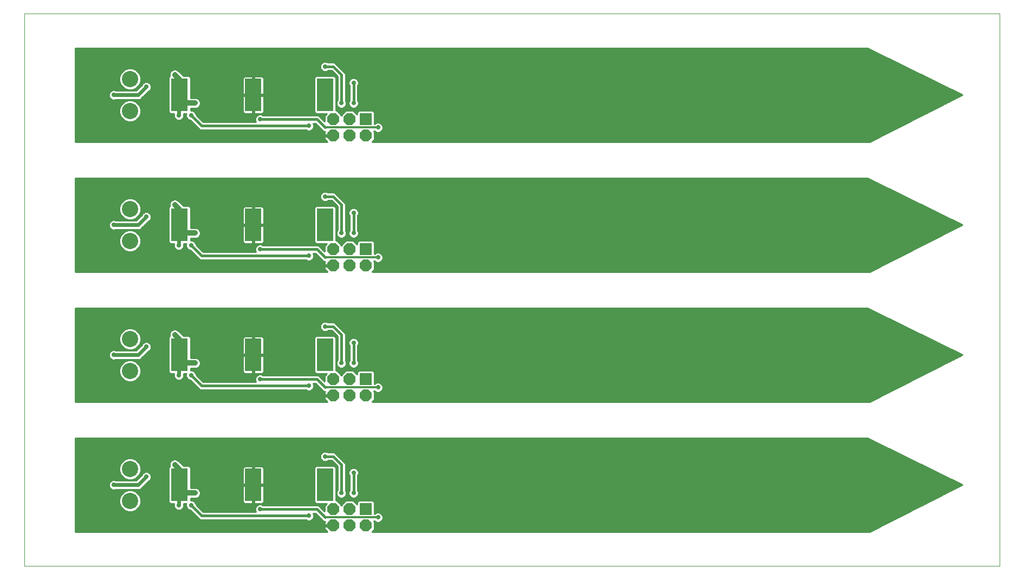
<source format=gbl>
G75*
G70*
%OFA0B0*%
%FSLAX24Y24*%
%IPPOS*%
%LPD*%
%AMOC8*
5,1,8,0,0,1.08239X$1,22.5*
%
%ADD10C,0.0000*%
%ADD11R,0.0740X0.0740*%
%ADD12OC8,0.0740*%
%ADD13R,0.1000X0.2000*%
%ADD14C,0.1000*%
%ADD15C,0.0240*%
%ADD16C,0.0320*%
%ADD17C,0.0120*%
%ADD18C,0.0160*%
%ADD19C,0.0277*%
%ADD20C,0.0100*%
D10*
X000100Y000100D02*
X060100Y000100D01*
X060100Y034100D01*
X000100Y034100D01*
X000100Y000100D01*
D11*
X021100Y003600D03*
X021100Y011600D03*
X021100Y019600D03*
X021100Y027600D03*
D12*
X020100Y027600D03*
X019100Y027600D03*
X019100Y026600D03*
X020100Y026600D03*
X021100Y026600D03*
X020100Y019600D03*
X019100Y019600D03*
X019100Y018600D03*
X020100Y018600D03*
X021100Y018600D03*
X020100Y011600D03*
X019100Y011600D03*
X019100Y010600D03*
X020100Y010600D03*
X021100Y010600D03*
X020100Y003600D03*
X019100Y003600D03*
X019100Y002600D03*
X020100Y002600D03*
X021100Y002600D03*
D13*
X018608Y005128D03*
X014179Y005100D03*
X009647Y005108D03*
X009647Y013108D03*
X014179Y013100D03*
X018608Y013128D03*
X018608Y021128D03*
X014179Y021100D03*
X009647Y021108D03*
X009647Y029108D03*
X014179Y029100D03*
X018608Y029128D03*
D14*
X006600Y030084D03*
X006600Y028116D03*
X006600Y022084D03*
X006600Y020116D03*
X006600Y014084D03*
X006600Y012116D03*
X006600Y006084D03*
X006600Y004116D03*
D15*
X007100Y005100D02*
X005600Y005100D01*
X007100Y005100D02*
X007600Y005600D01*
X009600Y005061D02*
X009647Y005108D01*
X009647Y006053D01*
X009600Y005061D02*
X009600Y003850D01*
X009600Y011850D02*
X009600Y013061D01*
X009647Y013108D01*
X009647Y014053D01*
X007600Y013600D02*
X007100Y013100D01*
X005600Y013100D01*
X009600Y019850D02*
X009600Y021061D01*
X009647Y021108D01*
X009647Y022053D01*
X007600Y021600D02*
X007100Y021100D01*
X005600Y021100D01*
X009600Y027850D02*
X009600Y029061D01*
X009647Y029108D01*
X009647Y030053D01*
X007600Y029600D02*
X007100Y029100D01*
X005600Y029100D01*
D16*
X009350Y030350D02*
X009647Y030053D01*
X010155Y028600D02*
X010600Y028600D01*
X009350Y022350D02*
X009647Y022053D01*
X010155Y020600D02*
X010600Y020600D01*
X009350Y014350D02*
X009647Y014053D01*
X010155Y012600D02*
X010600Y012600D01*
X009350Y006350D02*
X009647Y006053D01*
X010155Y004600D02*
X010600Y004600D01*
D17*
X018600Y003100D02*
X021850Y003100D01*
X021850Y011100D02*
X018600Y011100D01*
X018600Y019100D02*
X021850Y019100D01*
X021850Y027100D02*
X018600Y027100D01*
D18*
X018100Y027600D01*
X014600Y027600D01*
X017600Y027200D02*
X011000Y027200D01*
X010350Y027850D01*
X010155Y028600D02*
X009647Y029108D01*
X018600Y030850D02*
X019100Y030850D01*
X019600Y030350D01*
X019600Y028600D01*
X020350Y028600D02*
X020350Y029850D01*
X019100Y022850D02*
X018600Y022850D01*
X019100Y022850D02*
X019600Y022350D01*
X019600Y020600D01*
X020350Y020600D02*
X020350Y021850D01*
X018100Y019600D02*
X014600Y019600D01*
X017600Y019200D02*
X011000Y019200D01*
X010350Y019850D01*
X010155Y020600D02*
X009647Y021108D01*
X018100Y019600D02*
X018600Y019100D01*
X018600Y014850D02*
X019100Y014850D01*
X019600Y014350D01*
X019600Y012600D01*
X020350Y012600D02*
X020350Y013850D01*
X018100Y011600D02*
X014600Y011600D01*
X017600Y011200D02*
X011000Y011200D01*
X010350Y011850D01*
X010155Y012600D02*
X009647Y013108D01*
X018100Y011600D02*
X018600Y011100D01*
X018600Y006850D02*
X019100Y006850D01*
X019600Y006350D01*
X019600Y004600D01*
X020350Y004600D02*
X020350Y005850D01*
X018100Y003600D02*
X014600Y003600D01*
X017600Y003200D02*
X011000Y003200D01*
X010350Y003850D01*
X010155Y004600D02*
X009647Y005108D01*
X018100Y003600D02*
X018600Y003100D01*
D19*
X017600Y003200D03*
X019600Y004600D03*
X020350Y004600D03*
X020350Y005850D03*
X018600Y006850D03*
X017100Y007100D03*
X014600Y006600D03*
X013600Y006600D03*
X010600Y004600D03*
X010350Y003850D03*
X009600Y003850D03*
X007600Y005600D03*
X009350Y006350D03*
X005600Y005100D03*
X013350Y004100D03*
X014600Y003600D03*
X021850Y003100D03*
X022600Y004350D03*
X022600Y006350D03*
X026350Y006350D03*
X026350Y004350D03*
X021850Y011100D03*
X022600Y012350D03*
X020350Y012600D03*
X019600Y012600D03*
X020350Y013850D03*
X018600Y014850D03*
X017100Y015100D03*
X014600Y014600D03*
X013600Y014600D03*
X010600Y012600D03*
X010350Y011850D03*
X009600Y011850D03*
X007600Y013600D03*
X009350Y014350D03*
X005600Y013100D03*
X013350Y012100D03*
X014600Y011600D03*
X017600Y011200D03*
X022600Y014350D03*
X026350Y014350D03*
X026350Y012350D03*
X021850Y019100D03*
X022600Y020350D03*
X020350Y020600D03*
X019600Y020600D03*
X020350Y021850D03*
X018600Y022850D03*
X017100Y023100D03*
X014600Y022600D03*
X013600Y022600D03*
X010600Y020600D03*
X010350Y019850D03*
X009600Y019850D03*
X007600Y021600D03*
X009350Y022350D03*
X005600Y021100D03*
X013350Y020100D03*
X014600Y019600D03*
X017600Y019200D03*
X022600Y022350D03*
X026350Y022350D03*
X026350Y020350D03*
X021850Y027100D03*
X022600Y028350D03*
X020350Y028600D03*
X019600Y028600D03*
X020350Y029850D03*
X018600Y030850D03*
X017100Y031100D03*
X014600Y030600D03*
X013600Y030600D03*
X010600Y028600D03*
X010350Y027850D03*
X009600Y027850D03*
X007600Y029600D03*
X009350Y030350D03*
X005600Y029100D03*
X013350Y028100D03*
X014600Y027600D03*
X017600Y027200D03*
X022600Y030350D03*
X026350Y030350D03*
X026350Y028350D03*
D20*
X022159Y027161D02*
X022112Y027275D01*
X022025Y027362D01*
X021911Y027409D01*
X021789Y027409D01*
X021675Y027362D01*
X021643Y027330D01*
X021640Y027330D01*
X021640Y028040D01*
X021540Y028140D01*
X020660Y028140D01*
X020560Y028040D01*
X020560Y027904D01*
X020324Y028140D01*
X019876Y028140D01*
X019600Y027864D01*
X019324Y028140D01*
X019278Y028140D01*
X019278Y030198D01*
X019178Y030298D01*
X018037Y030298D01*
X017938Y030198D01*
X017938Y028057D01*
X018037Y027958D01*
X018694Y027958D01*
X018560Y027824D01*
X018560Y027494D01*
X018312Y027742D01*
X018242Y027812D01*
X018150Y027850D01*
X014787Y027850D01*
X014775Y027862D01*
X014661Y027909D01*
X014539Y027909D01*
X014425Y027862D01*
X014338Y027775D01*
X014291Y027661D01*
X014291Y027539D01*
X014328Y027450D01*
X011104Y027450D01*
X010659Y027895D01*
X010659Y027911D01*
X010612Y028025D01*
X010525Y028112D01*
X010411Y028159D01*
X010317Y028159D01*
X010317Y028270D01*
X010666Y028270D01*
X010787Y028320D01*
X010880Y028413D01*
X010930Y028534D01*
X010930Y028666D01*
X010880Y028787D01*
X010787Y028880D01*
X010666Y028930D01*
X010317Y028930D01*
X010317Y030178D01*
X010218Y030278D01*
X009889Y030278D01*
X009537Y030630D01*
X009416Y030680D01*
X009284Y030680D01*
X009163Y030630D01*
X009070Y030537D01*
X009020Y030416D01*
X009020Y030284D01*
X009039Y030240D01*
X008977Y030178D01*
X008977Y028037D01*
X009077Y027938D01*
X009302Y027938D01*
X009291Y027911D01*
X009291Y027789D01*
X009338Y027675D01*
X009425Y027588D01*
X009539Y027541D01*
X009661Y027541D01*
X009775Y027588D01*
X009862Y027675D01*
X009909Y027789D01*
X009909Y027911D01*
X009898Y027938D01*
X010052Y027938D01*
X010041Y027911D01*
X010041Y027789D01*
X010088Y027675D01*
X010175Y027588D01*
X010289Y027541D01*
X010305Y027541D01*
X010858Y026988D01*
X010950Y026950D01*
X017413Y026950D01*
X017425Y026938D01*
X017539Y026891D01*
X017661Y026891D01*
X017775Y026938D01*
X017862Y027025D01*
X017909Y027139D01*
X017909Y027261D01*
X017872Y027350D01*
X017996Y027350D01*
X018458Y026888D01*
X018550Y026850D01*
X018615Y026850D01*
X018580Y026815D01*
X018580Y026650D01*
X019050Y026650D01*
X019050Y026550D01*
X018580Y026550D01*
X018580Y026385D01*
X018745Y026220D01*
X003220Y026220D01*
X003220Y031970D01*
X051970Y031970D01*
X057800Y029100D01*
X052100Y026220D01*
X021484Y026220D01*
X021640Y026376D01*
X021640Y026824D01*
X021594Y026870D01*
X021643Y026870D01*
X021675Y026838D01*
X021789Y026791D01*
X021911Y026791D01*
X022025Y026838D01*
X022112Y026925D01*
X022159Y027039D01*
X022159Y027161D01*
X022159Y027112D02*
X053865Y027112D01*
X054060Y027210D02*
X022139Y027210D01*
X022078Y027309D02*
X054254Y027309D01*
X054449Y027407D02*
X021915Y027407D01*
X021785Y027407D02*
X021640Y027407D01*
X021640Y027506D02*
X054644Y027506D01*
X054839Y027604D02*
X021640Y027604D01*
X021640Y027703D02*
X055034Y027703D01*
X055229Y027801D02*
X021640Y027801D01*
X021640Y027900D02*
X055424Y027900D01*
X055619Y027998D02*
X021640Y027998D01*
X021584Y028097D02*
X055814Y028097D01*
X056009Y028195D02*
X019278Y028195D01*
X019278Y028294D02*
X019533Y028294D01*
X019539Y028291D02*
X019661Y028291D01*
X019775Y028338D01*
X019862Y028425D01*
X019909Y028539D01*
X019909Y028661D01*
X019862Y028775D01*
X019850Y028787D01*
X019850Y030300D01*
X019850Y030400D01*
X019812Y030492D01*
X019312Y030992D01*
X019242Y031062D01*
X019150Y031100D01*
X018787Y031100D01*
X018775Y031112D01*
X018661Y031159D01*
X018539Y031159D01*
X018425Y031112D01*
X018338Y031025D01*
X018291Y030911D01*
X018291Y030789D01*
X018338Y030675D01*
X018425Y030588D01*
X018539Y030541D01*
X018661Y030541D01*
X018775Y030588D01*
X018787Y030600D01*
X018996Y030600D01*
X019350Y030246D01*
X019350Y028787D01*
X019338Y028775D01*
X019291Y028661D01*
X019291Y028539D01*
X019338Y028425D01*
X019425Y028338D01*
X019539Y028291D01*
X019667Y028294D02*
X020283Y028294D01*
X020289Y028291D02*
X020411Y028291D01*
X020525Y028338D01*
X020612Y028425D01*
X020659Y028539D01*
X020659Y028661D01*
X020612Y028775D01*
X020600Y028787D01*
X020600Y029663D01*
X020612Y029675D01*
X020659Y029789D01*
X020659Y029911D01*
X020612Y030025D01*
X020525Y030112D01*
X020411Y030159D01*
X020289Y030159D01*
X020175Y030112D01*
X020088Y030025D01*
X020041Y029911D01*
X020041Y029789D01*
X020088Y029675D01*
X020100Y029663D01*
X020100Y028787D01*
X020088Y028775D01*
X020041Y028661D01*
X020041Y028539D01*
X020088Y028425D01*
X020175Y028338D01*
X020289Y028291D01*
X020417Y028294D02*
X056204Y028294D01*
X056399Y028392D02*
X020579Y028392D01*
X020639Y028491D02*
X056594Y028491D01*
X056789Y028589D02*
X020659Y028589D01*
X020648Y028688D02*
X056984Y028688D01*
X057179Y028786D02*
X020601Y028786D01*
X020600Y028885D02*
X057374Y028885D01*
X057569Y028983D02*
X020600Y028983D01*
X020600Y029082D02*
X057764Y029082D01*
X057637Y029180D02*
X020600Y029180D01*
X020600Y029279D02*
X057437Y029279D01*
X057237Y029377D02*
X020600Y029377D01*
X020600Y029476D02*
X057037Y029476D01*
X056837Y029574D02*
X020600Y029574D01*
X020609Y029673D02*
X056637Y029673D01*
X056437Y029771D02*
X020651Y029771D01*
X020659Y029870D02*
X056237Y029870D01*
X056037Y029968D02*
X020635Y029968D01*
X020570Y030067D02*
X055837Y030067D01*
X055636Y030165D02*
X019850Y030165D01*
X019850Y030067D02*
X020130Y030067D01*
X020065Y029968D02*
X019850Y029968D01*
X019850Y029870D02*
X020041Y029870D01*
X020049Y029771D02*
X019850Y029771D01*
X019850Y029673D02*
X020091Y029673D01*
X020100Y029574D02*
X019850Y029574D01*
X019850Y029476D02*
X020100Y029476D01*
X020100Y029377D02*
X019850Y029377D01*
X019850Y029279D02*
X020100Y029279D01*
X020100Y029180D02*
X019850Y029180D01*
X019850Y029082D02*
X020100Y029082D01*
X020100Y028983D02*
X019850Y028983D01*
X019850Y028885D02*
X020100Y028885D01*
X020099Y028786D02*
X019851Y028786D01*
X019898Y028688D02*
X020052Y028688D01*
X020041Y028589D02*
X019909Y028589D01*
X019889Y028491D02*
X020061Y028491D01*
X020121Y028392D02*
X019829Y028392D01*
X019833Y028097D02*
X019367Y028097D01*
X019466Y027998D02*
X019734Y027998D01*
X019636Y027900D02*
X019564Y027900D01*
X020367Y028097D02*
X020616Y028097D01*
X020560Y027998D02*
X020466Y027998D01*
X019371Y028392D02*
X019278Y028392D01*
X019278Y028491D02*
X019311Y028491D01*
X019291Y028589D02*
X019278Y028589D01*
X019278Y028688D02*
X019302Y028688D01*
X019278Y028786D02*
X019349Y028786D01*
X019350Y028885D02*
X019278Y028885D01*
X019278Y028983D02*
X019350Y028983D01*
X019350Y029082D02*
X019278Y029082D01*
X019278Y029180D02*
X019350Y029180D01*
X019350Y029279D02*
X019278Y029279D01*
X019278Y029377D02*
X019350Y029377D01*
X019350Y029476D02*
X019278Y029476D01*
X019278Y029574D02*
X019350Y029574D01*
X019350Y029673D02*
X019278Y029673D01*
X019278Y029771D02*
X019350Y029771D01*
X019350Y029870D02*
X019278Y029870D01*
X019278Y029968D02*
X019350Y029968D01*
X019350Y030067D02*
X019278Y030067D01*
X019278Y030165D02*
X019350Y030165D01*
X019333Y030264D02*
X019212Y030264D01*
X019234Y030362D02*
X009805Y030362D01*
X009706Y030461D02*
X019136Y030461D01*
X019037Y030559D02*
X018704Y030559D01*
X018496Y030559D02*
X009608Y030559D01*
X009470Y030658D02*
X018356Y030658D01*
X018305Y030756D02*
X003220Y030756D01*
X003220Y030658D02*
X006233Y030658D01*
X006220Y030652D02*
X006032Y030464D01*
X005930Y030218D01*
X005930Y029951D01*
X006032Y029705D01*
X006220Y029516D01*
X006467Y029414D01*
X006733Y029414D01*
X006980Y029516D01*
X007168Y029705D01*
X007270Y029951D01*
X007270Y030218D01*
X007168Y030464D01*
X006980Y030652D01*
X006733Y030754D01*
X006467Y030754D01*
X006220Y030652D01*
X006127Y030559D02*
X003220Y030559D01*
X003220Y030461D02*
X006031Y030461D01*
X005990Y030362D02*
X003220Y030362D01*
X003220Y030264D02*
X005949Y030264D01*
X005930Y030165D02*
X003220Y030165D01*
X003220Y030067D02*
X005930Y030067D01*
X005930Y029968D02*
X003220Y029968D01*
X003220Y029870D02*
X005964Y029870D01*
X006005Y029771D02*
X003220Y029771D01*
X003220Y029673D02*
X006064Y029673D01*
X006163Y029574D02*
X003220Y029574D01*
X003220Y029476D02*
X006319Y029476D01*
X006881Y029476D02*
X007065Y029476D01*
X007037Y029574D02*
X007164Y029574D01*
X007136Y029673D02*
X007262Y029673D01*
X007320Y029730D02*
X006980Y029390D01*
X005707Y029390D01*
X005661Y029409D01*
X005539Y029409D01*
X005425Y029362D01*
X005338Y029275D01*
X005291Y029161D01*
X005291Y029039D01*
X005338Y028925D01*
X005425Y028838D01*
X005539Y028791D01*
X005661Y028791D01*
X005707Y028810D01*
X007158Y028810D01*
X007264Y028854D01*
X007346Y028936D01*
X007730Y029320D01*
X007775Y029338D01*
X007862Y029425D01*
X007909Y029539D01*
X007909Y029661D01*
X007862Y029775D01*
X007775Y029862D01*
X007661Y029909D01*
X007539Y029909D01*
X007425Y029862D01*
X007338Y029775D01*
X007320Y029730D01*
X007337Y029771D02*
X007195Y029771D01*
X007236Y029870D02*
X007444Y029870D01*
X007270Y029968D02*
X008977Y029968D01*
X008977Y029870D02*
X007756Y029870D01*
X007863Y029771D02*
X008977Y029771D01*
X008977Y029673D02*
X007904Y029673D01*
X007909Y029574D02*
X008977Y029574D01*
X008977Y029476D02*
X007883Y029476D01*
X007814Y029377D02*
X008977Y029377D01*
X008977Y029279D02*
X007689Y029279D01*
X007590Y029180D02*
X008977Y029180D01*
X008977Y029082D02*
X007492Y029082D01*
X007393Y028983D02*
X008977Y028983D01*
X008977Y028885D02*
X007295Y028885D01*
X007074Y028589D02*
X008977Y028589D01*
X008977Y028491D02*
X007170Y028491D01*
X007168Y028495D02*
X006980Y028684D01*
X006733Y028786D01*
X006467Y028786D01*
X006220Y028684D01*
X006032Y028495D01*
X005930Y028249D01*
X005930Y027982D01*
X006032Y027736D01*
X006220Y027548D01*
X006467Y027446D01*
X006733Y027446D01*
X006980Y027548D01*
X007168Y027736D01*
X007270Y027982D01*
X007270Y028249D01*
X007168Y028495D01*
X007211Y028392D02*
X008977Y028392D01*
X008977Y028294D02*
X007252Y028294D01*
X007270Y028195D02*
X008977Y028195D01*
X008977Y028097D02*
X007270Y028097D01*
X007270Y027998D02*
X009017Y027998D01*
X009291Y027900D02*
X007236Y027900D01*
X007195Y027801D02*
X009291Y027801D01*
X009327Y027703D02*
X007134Y027703D01*
X007036Y027604D02*
X009409Y027604D01*
X009791Y027604D02*
X010159Y027604D01*
X010077Y027703D02*
X009873Y027703D01*
X009909Y027801D02*
X010041Y027801D01*
X010041Y027900D02*
X009909Y027900D01*
X010317Y028195D02*
X013529Y028195D01*
X013529Y028097D02*
X010540Y028097D01*
X010623Y027998D02*
X013569Y027998D01*
X013559Y028008D02*
X013587Y027980D01*
X013621Y027960D01*
X013659Y027950D01*
X014129Y027950D01*
X014129Y029050D01*
X014229Y029050D01*
X014229Y029150D01*
X014829Y029150D01*
X014829Y030120D01*
X014819Y030158D01*
X014799Y030192D01*
X014771Y030220D01*
X014737Y030240D01*
X014698Y030250D01*
X014229Y030250D01*
X014229Y029150D01*
X014129Y029150D01*
X014129Y030250D01*
X013659Y030250D01*
X013621Y030240D01*
X013587Y030220D01*
X013559Y030192D01*
X013539Y030158D01*
X013529Y030120D01*
X013529Y029150D01*
X014129Y029150D01*
X014129Y029050D01*
X013529Y029050D01*
X013529Y028080D01*
X013539Y028042D01*
X013559Y028008D01*
X013529Y028294D02*
X010723Y028294D01*
X010859Y028392D02*
X013529Y028392D01*
X013529Y028491D02*
X010912Y028491D01*
X010930Y028589D02*
X013529Y028589D01*
X013529Y028688D02*
X010921Y028688D01*
X010880Y028786D02*
X013529Y028786D01*
X013529Y028885D02*
X010775Y028885D01*
X010317Y028983D02*
X013529Y028983D01*
X013529Y029180D02*
X010317Y029180D01*
X010317Y029082D02*
X014129Y029082D01*
X014129Y029180D02*
X014229Y029180D01*
X014229Y029082D02*
X017938Y029082D01*
X017938Y029180D02*
X014829Y029180D01*
X014829Y029279D02*
X017938Y029279D01*
X017938Y029377D02*
X014829Y029377D01*
X014829Y029476D02*
X017938Y029476D01*
X017938Y029574D02*
X014829Y029574D01*
X014829Y029673D02*
X017938Y029673D01*
X017938Y029771D02*
X014829Y029771D01*
X014829Y029870D02*
X017938Y029870D01*
X017938Y029968D02*
X014829Y029968D01*
X014829Y030067D02*
X017938Y030067D01*
X017938Y030165D02*
X014814Y030165D01*
X014229Y030165D02*
X014129Y030165D01*
X014129Y030067D02*
X014229Y030067D01*
X014229Y029968D02*
X014129Y029968D01*
X014129Y029870D02*
X014229Y029870D01*
X014229Y029771D02*
X014129Y029771D01*
X014129Y029673D02*
X014229Y029673D01*
X014229Y029574D02*
X014129Y029574D01*
X014129Y029476D02*
X014229Y029476D01*
X014229Y029377D02*
X014129Y029377D01*
X014129Y029279D02*
X014229Y029279D01*
X014229Y029050D02*
X014829Y029050D01*
X014829Y028080D01*
X014819Y028042D01*
X014799Y028008D01*
X014771Y027980D01*
X014737Y027960D01*
X014698Y027950D01*
X014229Y027950D01*
X014229Y029050D01*
X014229Y028983D02*
X014129Y028983D01*
X014129Y028885D02*
X014229Y028885D01*
X014229Y028786D02*
X014129Y028786D01*
X014129Y028688D02*
X014229Y028688D01*
X014229Y028589D02*
X014129Y028589D01*
X014129Y028491D02*
X014229Y028491D01*
X014229Y028392D02*
X014129Y028392D01*
X014129Y028294D02*
X014229Y028294D01*
X014229Y028195D02*
X014129Y028195D01*
X014129Y028097D02*
X014229Y028097D01*
X014229Y027998D02*
X014129Y027998D01*
X014364Y027801D02*
X010752Y027801D01*
X010659Y027900D02*
X014516Y027900D01*
X014684Y027900D02*
X018636Y027900D01*
X018560Y027801D02*
X018252Y027801D01*
X018351Y027703D02*
X018560Y027703D01*
X018560Y027604D02*
X018449Y027604D01*
X018548Y027506D02*
X018560Y027506D01*
X018235Y027112D02*
X017898Y027112D01*
X017909Y027210D02*
X018136Y027210D01*
X018038Y027309D02*
X017889Y027309D01*
X017850Y027013D02*
X018333Y027013D01*
X018432Y026915D02*
X017718Y026915D01*
X017482Y026915D02*
X003220Y026915D01*
X003220Y027013D02*
X010833Y027013D01*
X010735Y027112D02*
X003220Y027112D01*
X003220Y027210D02*
X010636Y027210D01*
X010538Y027309D02*
X003220Y027309D01*
X003220Y027407D02*
X010439Y027407D01*
X010341Y027506D02*
X006878Y027506D01*
X006322Y027506D02*
X003220Y027506D01*
X003220Y027604D02*
X006164Y027604D01*
X006066Y027703D02*
X003220Y027703D01*
X003220Y027801D02*
X006005Y027801D01*
X005964Y027900D02*
X003220Y027900D01*
X003220Y027998D02*
X005930Y027998D01*
X005930Y028097D02*
X003220Y028097D01*
X003220Y028195D02*
X005930Y028195D01*
X005948Y028294D02*
X003220Y028294D01*
X003220Y028392D02*
X005989Y028392D01*
X006030Y028491D02*
X003220Y028491D01*
X003220Y028589D02*
X006126Y028589D01*
X006230Y028688D02*
X003220Y028688D01*
X003220Y028786D02*
X008977Y028786D01*
X008977Y028688D02*
X006970Y028688D01*
X005462Y029377D02*
X003220Y029377D01*
X003220Y029279D02*
X005342Y029279D01*
X005299Y029180D02*
X003220Y029180D01*
X003220Y029082D02*
X005291Y029082D01*
X005314Y028983D02*
X003220Y028983D01*
X003220Y028885D02*
X005379Y028885D01*
X007270Y030067D02*
X008977Y030067D01*
X008977Y030165D02*
X007270Y030165D01*
X007251Y030264D02*
X009029Y030264D01*
X009020Y030362D02*
X007210Y030362D01*
X007169Y030461D02*
X009039Y030461D01*
X009092Y030559D02*
X007073Y030559D01*
X006967Y030658D02*
X009230Y030658D01*
X010232Y030264D02*
X018003Y030264D01*
X018291Y030855D02*
X003220Y030855D01*
X003220Y030953D02*
X018309Y030953D01*
X018365Y031052D02*
X003220Y031052D01*
X003220Y031150D02*
X018518Y031150D01*
X018682Y031150D02*
X053636Y031150D01*
X053836Y031052D02*
X019252Y031052D01*
X019350Y030953D02*
X054036Y030953D01*
X054236Y030855D02*
X019449Y030855D01*
X019547Y030756D02*
X054436Y030756D01*
X054636Y030658D02*
X019646Y030658D01*
X019744Y030559D02*
X054836Y030559D01*
X055036Y030461D02*
X019825Y030461D01*
X019850Y030362D02*
X055236Y030362D01*
X055436Y030264D02*
X019850Y030264D01*
X017938Y028983D02*
X014829Y028983D01*
X014829Y028885D02*
X017938Y028885D01*
X017938Y028786D02*
X014829Y028786D01*
X014829Y028688D02*
X017938Y028688D01*
X017938Y028589D02*
X014829Y028589D01*
X014829Y028491D02*
X017938Y028491D01*
X017938Y028392D02*
X014829Y028392D01*
X014829Y028294D02*
X017938Y028294D01*
X017938Y028195D02*
X014829Y028195D01*
X014829Y028097D02*
X017938Y028097D01*
X017997Y027998D02*
X014789Y027998D01*
X014308Y027703D02*
X010851Y027703D01*
X010949Y027604D02*
X014291Y027604D01*
X014305Y027506D02*
X011048Y027506D01*
X010317Y029279D02*
X013529Y029279D01*
X013529Y029377D02*
X010317Y029377D01*
X010317Y029476D02*
X013529Y029476D01*
X013529Y029574D02*
X010317Y029574D01*
X010317Y029673D02*
X013529Y029673D01*
X013529Y029771D02*
X010317Y029771D01*
X010317Y029870D02*
X013529Y029870D01*
X013529Y029968D02*
X010317Y029968D01*
X010317Y030067D02*
X013529Y030067D01*
X013543Y030165D02*
X010317Y030165D01*
X003220Y031249D02*
X053436Y031249D01*
X053235Y031347D02*
X003220Y031347D01*
X003220Y031446D02*
X053035Y031446D01*
X052835Y031544D02*
X003220Y031544D01*
X003220Y031643D02*
X052635Y031643D01*
X052435Y031741D02*
X003220Y031741D01*
X003220Y031840D02*
X052235Y031840D01*
X052035Y031938D02*
X003220Y031938D01*
X003220Y026816D02*
X018581Y026816D01*
X018580Y026718D02*
X003220Y026718D01*
X003220Y026619D02*
X019050Y026619D01*
X018580Y026521D02*
X003220Y026521D01*
X003220Y026422D02*
X018580Y026422D01*
X018641Y026324D02*
X003220Y026324D01*
X003220Y026225D02*
X018740Y026225D01*
X021489Y026225D02*
X052110Y026225D01*
X052305Y026324D02*
X021587Y026324D01*
X021640Y026422D02*
X052500Y026422D01*
X052695Y026521D02*
X021640Y026521D01*
X021640Y026619D02*
X052890Y026619D01*
X053085Y026718D02*
X021640Y026718D01*
X021640Y026816D02*
X021729Y026816D01*
X021971Y026816D02*
X053280Y026816D01*
X053475Y026915D02*
X022101Y026915D01*
X022148Y027013D02*
X053670Y027013D01*
X051991Y023960D02*
X003220Y023960D01*
X003220Y023970D02*
X051970Y023970D01*
X057800Y021100D01*
X052100Y018220D01*
X021484Y018220D01*
X021640Y018376D01*
X021640Y018824D01*
X021594Y018870D01*
X021643Y018870D01*
X021675Y018838D01*
X021789Y018791D01*
X021911Y018791D01*
X022025Y018838D01*
X022112Y018925D01*
X022159Y019039D01*
X022159Y019161D01*
X022112Y019275D01*
X022025Y019362D01*
X021911Y019409D01*
X021789Y019409D01*
X021675Y019362D01*
X021643Y019330D01*
X021640Y019330D01*
X021640Y020040D01*
X021540Y020140D01*
X020660Y020140D01*
X020560Y020040D01*
X020560Y019904D01*
X020324Y020140D01*
X019876Y020140D01*
X019600Y019864D01*
X019324Y020140D01*
X019278Y020140D01*
X019278Y022198D01*
X019178Y022298D01*
X018037Y022298D01*
X017938Y022198D01*
X017938Y020057D01*
X018037Y019958D01*
X018694Y019958D01*
X018560Y019824D01*
X018560Y019494D01*
X018312Y019742D01*
X018242Y019812D01*
X018150Y019850D01*
X014787Y019850D01*
X014775Y019862D01*
X014661Y019909D01*
X014539Y019909D01*
X014425Y019862D01*
X014338Y019775D01*
X014291Y019661D01*
X014291Y019539D01*
X014328Y019450D01*
X011104Y019450D01*
X010659Y019895D01*
X010659Y019911D01*
X010612Y020025D01*
X010525Y020112D01*
X010411Y020159D01*
X010317Y020159D01*
X010317Y020270D01*
X010666Y020270D01*
X010787Y020320D01*
X010880Y020413D01*
X010930Y020534D01*
X010930Y020666D01*
X010880Y020787D01*
X010787Y020880D01*
X010666Y020930D01*
X010317Y020930D01*
X010317Y022178D01*
X010218Y022278D01*
X009889Y022278D01*
X009537Y022630D01*
X009416Y022680D01*
X009284Y022680D01*
X009163Y022630D01*
X009070Y022537D01*
X009020Y022416D01*
X009020Y022284D01*
X009039Y022240D01*
X008977Y022178D01*
X008977Y020037D01*
X009077Y019938D01*
X009302Y019938D01*
X009291Y019911D01*
X009291Y019789D01*
X009338Y019675D01*
X009425Y019588D01*
X009539Y019541D01*
X009661Y019541D01*
X009775Y019588D01*
X009862Y019675D01*
X009909Y019789D01*
X009909Y019911D01*
X009898Y019938D01*
X010052Y019938D01*
X010041Y019911D01*
X010041Y019789D01*
X010088Y019675D01*
X010175Y019588D01*
X010289Y019541D01*
X010305Y019541D01*
X010858Y018988D01*
X010950Y018950D01*
X017413Y018950D01*
X017425Y018938D01*
X017539Y018891D01*
X017661Y018891D01*
X017775Y018938D01*
X017862Y019025D01*
X017909Y019139D01*
X017909Y019261D01*
X017872Y019350D01*
X017996Y019350D01*
X018458Y018888D01*
X018550Y018850D01*
X018615Y018850D01*
X018580Y018815D01*
X018580Y018650D01*
X019050Y018650D01*
X019050Y018550D01*
X018580Y018550D01*
X018580Y018385D01*
X018745Y018220D01*
X003220Y018220D01*
X003220Y023970D01*
X003220Y023861D02*
X052191Y023861D01*
X052391Y023763D02*
X003220Y023763D01*
X003220Y023664D02*
X052592Y023664D01*
X052792Y023566D02*
X003220Y023566D01*
X003220Y023467D02*
X052992Y023467D01*
X053192Y023369D02*
X003220Y023369D01*
X003220Y023270D02*
X053392Y023270D01*
X053592Y023172D02*
X003220Y023172D01*
X003220Y023073D02*
X018386Y023073D01*
X018425Y023112D02*
X018338Y023025D01*
X018291Y022911D01*
X018291Y022789D01*
X018338Y022675D01*
X018425Y022588D01*
X018539Y022541D01*
X018661Y022541D01*
X018775Y022588D01*
X018787Y022600D01*
X018996Y022600D01*
X019350Y022246D01*
X019350Y020787D01*
X019338Y020775D01*
X019291Y020661D01*
X019291Y020539D01*
X019338Y020425D01*
X019425Y020338D01*
X019539Y020291D01*
X019661Y020291D01*
X019775Y020338D01*
X019862Y020425D01*
X019909Y020539D01*
X019909Y020661D01*
X019862Y020775D01*
X019850Y020787D01*
X019850Y022300D01*
X019850Y022400D01*
X019812Y022492D01*
X019312Y022992D01*
X019242Y023062D01*
X019150Y023100D01*
X018787Y023100D01*
X018775Y023112D01*
X018661Y023159D01*
X018539Y023159D01*
X018425Y023112D01*
X018317Y022975D02*
X003220Y022975D01*
X003220Y022876D02*
X018291Y022876D01*
X018296Y022778D02*
X003220Y022778D01*
X003220Y022679D02*
X006285Y022679D01*
X006220Y022652D02*
X006032Y022464D01*
X005930Y022218D01*
X005930Y021951D01*
X006032Y021705D01*
X006220Y021516D01*
X006467Y021414D01*
X006733Y021414D01*
X006980Y021516D01*
X007168Y021705D01*
X007270Y021951D01*
X007270Y022218D01*
X007168Y022464D01*
X006980Y022652D01*
X006733Y022754D01*
X006467Y022754D01*
X006220Y022652D01*
X006149Y022581D02*
X003220Y022581D01*
X003220Y022482D02*
X006050Y022482D01*
X005999Y022384D02*
X003220Y022384D01*
X003220Y022285D02*
X005958Y022285D01*
X005930Y022187D02*
X003220Y022187D01*
X003220Y022088D02*
X005930Y022088D01*
X005930Y021990D02*
X003220Y021990D01*
X003220Y021891D02*
X005955Y021891D01*
X005996Y021793D02*
X003220Y021793D01*
X003220Y021694D02*
X006043Y021694D01*
X006141Y021596D02*
X003220Y021596D01*
X003220Y021497D02*
X006267Y021497D01*
X005707Y021390D02*
X005661Y021409D01*
X005539Y021409D01*
X005425Y021362D01*
X005338Y021275D01*
X005291Y021161D01*
X005291Y021039D01*
X005338Y020925D01*
X005425Y020838D01*
X005539Y020791D01*
X005661Y020791D01*
X005707Y020810D01*
X007158Y020810D01*
X007264Y020854D01*
X007346Y020936D01*
X007730Y021320D01*
X007775Y021338D01*
X007862Y021425D01*
X007909Y021539D01*
X007909Y021661D01*
X007862Y021775D01*
X007775Y021862D01*
X007661Y021909D01*
X007539Y021909D01*
X007425Y021862D01*
X007338Y021775D01*
X007320Y021730D01*
X006980Y021390D01*
X005707Y021390D01*
X005686Y021399D02*
X006988Y021399D01*
X006933Y021497D02*
X007087Y021497D01*
X007059Y021596D02*
X007185Y021596D01*
X007157Y021694D02*
X007284Y021694D01*
X007356Y021793D02*
X007204Y021793D01*
X007245Y021891D02*
X007496Y021891D01*
X007704Y021891D02*
X008977Y021891D01*
X008977Y021793D02*
X007844Y021793D01*
X007895Y021694D02*
X008977Y021694D01*
X008977Y021596D02*
X007909Y021596D01*
X007892Y021497D02*
X008977Y021497D01*
X008977Y021399D02*
X007835Y021399D01*
X007710Y021300D02*
X008977Y021300D01*
X008977Y021202D02*
X007612Y021202D01*
X007513Y021103D02*
X008977Y021103D01*
X008977Y021005D02*
X007415Y021005D01*
X007316Y020906D02*
X008977Y020906D01*
X008977Y020808D02*
X005701Y020808D01*
X005499Y020808D02*
X003220Y020808D01*
X003220Y020906D02*
X005357Y020906D01*
X005305Y021005D02*
X003220Y021005D01*
X003220Y021103D02*
X005291Y021103D01*
X005308Y021202D02*
X003220Y021202D01*
X003220Y021300D02*
X005363Y021300D01*
X005514Y021399D02*
X003220Y021399D01*
X003220Y020709D02*
X006282Y020709D01*
X006220Y020684D02*
X006032Y020495D01*
X005930Y020249D01*
X005930Y019982D01*
X006032Y019736D01*
X006220Y019548D01*
X006467Y019446D01*
X006733Y019446D01*
X006980Y019548D01*
X007168Y019736D01*
X007270Y019982D01*
X007270Y020249D01*
X007168Y020495D01*
X006980Y020684D01*
X006733Y020786D01*
X006467Y020786D01*
X006220Y020684D01*
X006147Y020611D02*
X003220Y020611D01*
X003220Y020512D02*
X006049Y020512D01*
X005998Y020414D02*
X003220Y020414D01*
X003220Y020315D02*
X005957Y020315D01*
X005930Y020217D02*
X003220Y020217D01*
X003220Y020118D02*
X005930Y020118D01*
X005930Y020020D02*
X003220Y020020D01*
X003220Y019921D02*
X005955Y019921D01*
X005996Y019823D02*
X003220Y019823D01*
X003220Y019724D02*
X006044Y019724D01*
X006143Y019626D02*
X003220Y019626D01*
X003220Y019527D02*
X006270Y019527D01*
X006930Y019527D02*
X010319Y019527D01*
X010418Y019429D02*
X003220Y019429D01*
X003220Y019330D02*
X010516Y019330D01*
X010615Y019232D02*
X003220Y019232D01*
X003220Y019133D02*
X010713Y019133D01*
X010812Y019035D02*
X003220Y019035D01*
X003220Y018936D02*
X017430Y018936D01*
X017770Y018936D02*
X018410Y018936D01*
X018312Y019035D02*
X017866Y019035D01*
X017906Y019133D02*
X018213Y019133D01*
X018115Y019232D02*
X017909Y019232D01*
X017880Y019330D02*
X018016Y019330D01*
X018330Y019724D02*
X018560Y019724D01*
X018560Y019626D02*
X018428Y019626D01*
X018527Y019527D02*
X018560Y019527D01*
X018560Y019823D02*
X018216Y019823D01*
X017975Y020020D02*
X014805Y020020D01*
X014799Y020008D02*
X014819Y020042D01*
X014829Y020080D01*
X014829Y021050D01*
X014229Y021050D01*
X014229Y021150D01*
X014829Y021150D01*
X014829Y022120D01*
X014819Y022158D01*
X014799Y022192D01*
X014771Y022220D01*
X014737Y022240D01*
X014698Y022250D01*
X014229Y022250D01*
X014229Y021150D01*
X014129Y021150D01*
X014129Y022250D01*
X013659Y022250D01*
X013621Y022240D01*
X013587Y022220D01*
X013559Y022192D01*
X013539Y022158D01*
X013529Y022120D01*
X013529Y021150D01*
X014129Y021150D01*
X014129Y021050D01*
X014229Y021050D01*
X014229Y019950D01*
X014698Y019950D01*
X014737Y019960D01*
X014771Y019980D01*
X014799Y020008D01*
X014829Y020118D02*
X017938Y020118D01*
X017938Y020217D02*
X014829Y020217D01*
X014829Y020315D02*
X017938Y020315D01*
X017938Y020414D02*
X014829Y020414D01*
X014829Y020512D02*
X017938Y020512D01*
X017938Y020611D02*
X014829Y020611D01*
X014829Y020709D02*
X017938Y020709D01*
X017938Y020808D02*
X014829Y020808D01*
X014829Y020906D02*
X017938Y020906D01*
X017938Y021005D02*
X014829Y021005D01*
X014829Y021202D02*
X017938Y021202D01*
X017938Y021300D02*
X014829Y021300D01*
X014829Y021399D02*
X017938Y021399D01*
X017938Y021497D02*
X014829Y021497D01*
X014829Y021596D02*
X017938Y021596D01*
X017938Y021694D02*
X014829Y021694D01*
X014829Y021793D02*
X017938Y021793D01*
X017938Y021891D02*
X014829Y021891D01*
X014829Y021990D02*
X017938Y021990D01*
X017938Y022088D02*
X014829Y022088D01*
X014802Y022187D02*
X017938Y022187D01*
X018025Y022285D02*
X009882Y022285D01*
X009783Y022384D02*
X019213Y022384D01*
X019191Y022285D02*
X019311Y022285D01*
X019278Y022187D02*
X019350Y022187D01*
X019350Y022088D02*
X019278Y022088D01*
X019278Y021990D02*
X019350Y021990D01*
X019350Y021891D02*
X019278Y021891D01*
X019278Y021793D02*
X019350Y021793D01*
X019350Y021694D02*
X019278Y021694D01*
X019278Y021596D02*
X019350Y021596D01*
X019350Y021497D02*
X019278Y021497D01*
X019278Y021399D02*
X019350Y021399D01*
X019350Y021300D02*
X019278Y021300D01*
X019278Y021202D02*
X019350Y021202D01*
X019350Y021103D02*
X019278Y021103D01*
X019278Y021005D02*
X019350Y021005D01*
X019350Y020906D02*
X019278Y020906D01*
X019278Y020808D02*
X019350Y020808D01*
X019311Y020709D02*
X019278Y020709D01*
X019278Y020611D02*
X019291Y020611D01*
X019278Y020512D02*
X019302Y020512D01*
X019278Y020414D02*
X019350Y020414D01*
X019278Y020315D02*
X019481Y020315D01*
X019278Y020217D02*
X056051Y020217D01*
X055857Y020118D02*
X021562Y020118D01*
X021640Y020020D02*
X055662Y020020D01*
X055467Y019921D02*
X021640Y019921D01*
X021640Y019823D02*
X055272Y019823D01*
X055077Y019724D02*
X021640Y019724D01*
X021640Y019626D02*
X054882Y019626D01*
X054687Y019527D02*
X021640Y019527D01*
X021640Y019429D02*
X054492Y019429D01*
X054297Y019330D02*
X022057Y019330D01*
X022130Y019232D02*
X054102Y019232D01*
X053907Y019133D02*
X022159Y019133D01*
X022157Y019035D02*
X053712Y019035D01*
X053517Y018936D02*
X022116Y018936D01*
X022023Y018838D02*
X053322Y018838D01*
X053127Y018739D02*
X021640Y018739D01*
X021640Y018641D02*
X052932Y018641D01*
X052737Y018542D02*
X021640Y018542D01*
X021640Y018444D02*
X052542Y018444D01*
X052347Y018345D02*
X021609Y018345D01*
X021510Y018247D02*
X052153Y018247D01*
X051970Y015970D02*
X057800Y013100D01*
X052100Y010220D01*
X021484Y010220D01*
X021640Y010376D01*
X021640Y010824D01*
X021594Y010870D01*
X021643Y010870D01*
X021675Y010838D01*
X021789Y010791D01*
X021911Y010791D01*
X022025Y010838D01*
X022112Y010925D01*
X022159Y011039D01*
X022159Y011161D01*
X022112Y011275D01*
X022025Y011362D01*
X021911Y011409D01*
X021789Y011409D01*
X021675Y011362D01*
X021643Y011330D01*
X021640Y011330D01*
X021640Y012040D01*
X021540Y012140D01*
X020660Y012140D01*
X020560Y012040D01*
X020560Y011904D01*
X020324Y012140D01*
X019876Y012140D01*
X019600Y011864D01*
X019324Y012140D01*
X019278Y012140D01*
X019278Y014198D01*
X019178Y014298D01*
X018037Y014298D01*
X017938Y014198D01*
X017938Y012057D01*
X018037Y011958D01*
X018694Y011958D01*
X018560Y011824D01*
X018560Y011494D01*
X018312Y011742D01*
X018242Y011812D01*
X018150Y011850D01*
X014787Y011850D01*
X014775Y011862D01*
X014661Y011909D01*
X014539Y011909D01*
X014425Y011862D01*
X014338Y011775D01*
X014291Y011661D01*
X014291Y011539D01*
X014328Y011450D01*
X011104Y011450D01*
X010659Y011895D01*
X010659Y011911D01*
X010612Y012025D01*
X010525Y012112D01*
X010411Y012159D01*
X010317Y012159D01*
X010317Y012270D01*
X010666Y012270D01*
X010787Y012320D01*
X010880Y012413D01*
X010930Y012534D01*
X010930Y012666D01*
X010880Y012787D01*
X010787Y012880D01*
X010666Y012930D01*
X010317Y012930D01*
X010317Y014178D01*
X010218Y014278D01*
X009889Y014278D01*
X009537Y014630D01*
X009416Y014680D01*
X009284Y014680D01*
X009163Y014630D01*
X009070Y014537D01*
X009020Y014416D01*
X009020Y014284D01*
X009039Y014240D01*
X008977Y014178D01*
X008977Y012037D01*
X009077Y011938D01*
X009302Y011938D01*
X009291Y011911D01*
X009291Y011789D01*
X009338Y011675D01*
X009425Y011588D01*
X009539Y011541D01*
X009661Y011541D01*
X009775Y011588D01*
X009862Y011675D01*
X009909Y011789D01*
X009909Y011911D01*
X009898Y011938D01*
X010052Y011938D01*
X010041Y011911D01*
X010041Y011789D01*
X010088Y011675D01*
X010175Y011588D01*
X010289Y011541D01*
X010305Y011541D01*
X010858Y010988D01*
X010950Y010950D01*
X017413Y010950D01*
X017425Y010938D01*
X017539Y010891D01*
X017661Y010891D01*
X017775Y010938D01*
X017862Y011025D01*
X017909Y011139D01*
X017909Y011261D01*
X017872Y011350D01*
X017996Y011350D01*
X018458Y010888D01*
X018550Y010850D01*
X018615Y010850D01*
X018580Y010815D01*
X018580Y010650D01*
X019050Y010650D01*
X019050Y010550D01*
X018580Y010550D01*
X018580Y010385D01*
X018745Y010220D01*
X003220Y010220D01*
X003220Y015970D01*
X051970Y015970D01*
X052148Y015883D02*
X003220Y015883D01*
X003220Y015784D02*
X052348Y015784D01*
X052548Y015686D02*
X003220Y015686D01*
X003220Y015587D02*
X052748Y015587D01*
X052948Y015489D02*
X003220Y015489D01*
X003220Y015390D02*
X053148Y015390D01*
X053348Y015292D02*
X003220Y015292D01*
X003220Y015193D02*
X053548Y015193D01*
X053748Y015095D02*
X019163Y015095D01*
X019150Y015100D02*
X018787Y015100D01*
X018775Y015112D01*
X018661Y015159D01*
X018539Y015159D01*
X018425Y015112D01*
X018338Y015025D01*
X018291Y014911D01*
X018291Y014789D01*
X018338Y014675D01*
X018425Y014588D01*
X018539Y014541D01*
X018661Y014541D01*
X018775Y014588D01*
X018787Y014600D01*
X018996Y014600D01*
X019350Y014246D01*
X019350Y012787D01*
X019338Y012775D01*
X019291Y012661D01*
X019291Y012539D01*
X019338Y012425D01*
X019425Y012338D01*
X019539Y012291D01*
X019661Y012291D01*
X019775Y012338D01*
X019862Y012425D01*
X019909Y012539D01*
X019909Y012661D01*
X019862Y012775D01*
X019850Y012787D01*
X019850Y014300D01*
X019850Y014400D01*
X019812Y014492D01*
X019312Y014992D01*
X019242Y015062D01*
X019150Y015100D01*
X019308Y014996D02*
X053949Y014996D01*
X054149Y014898D02*
X019406Y014898D01*
X019505Y014799D02*
X054349Y014799D01*
X054549Y014701D02*
X019603Y014701D01*
X019702Y014602D02*
X054749Y014602D01*
X054949Y014504D02*
X019800Y014504D01*
X019848Y014405D02*
X055149Y014405D01*
X055349Y014307D02*
X019850Y014307D01*
X019850Y014208D02*
X055549Y014208D01*
X055749Y014110D02*
X020527Y014110D01*
X020525Y014112D02*
X020411Y014159D01*
X020289Y014159D01*
X020175Y014112D01*
X020088Y014025D01*
X020041Y013911D01*
X020041Y013789D01*
X020088Y013675D01*
X020100Y013663D01*
X020100Y012787D01*
X020088Y012775D01*
X020041Y012661D01*
X020041Y012539D01*
X020088Y012425D01*
X020175Y012338D01*
X020289Y012291D01*
X020411Y012291D01*
X020525Y012338D01*
X020612Y012425D01*
X020659Y012539D01*
X020659Y012661D01*
X020612Y012775D01*
X020600Y012787D01*
X020600Y013663D01*
X020612Y013675D01*
X020659Y013789D01*
X020659Y013911D01*
X020612Y014025D01*
X020525Y014112D01*
X020617Y014011D02*
X055949Y014011D01*
X056149Y013913D02*
X020658Y013913D01*
X020659Y013814D02*
X056350Y013814D01*
X056550Y013716D02*
X020628Y013716D01*
X020600Y013617D02*
X056750Y013617D01*
X056950Y013519D02*
X020600Y013519D01*
X020600Y013420D02*
X057150Y013420D01*
X057350Y013322D02*
X020600Y013322D01*
X020600Y013223D02*
X057550Y013223D01*
X057654Y013026D02*
X020600Y013026D01*
X020600Y012928D02*
X057459Y012928D01*
X057264Y012829D02*
X020600Y012829D01*
X020630Y012731D02*
X057069Y012731D01*
X056874Y012632D02*
X020659Y012632D01*
X020657Y012534D02*
X056679Y012534D01*
X056484Y012435D02*
X020616Y012435D01*
X020521Y012337D02*
X056289Y012337D01*
X056094Y012238D02*
X019278Y012238D01*
X019278Y012337D02*
X019429Y012337D01*
X019334Y012435D02*
X019278Y012435D01*
X019278Y012534D02*
X019293Y012534D01*
X019291Y012632D02*
X019278Y012632D01*
X019278Y012731D02*
X019320Y012731D01*
X019350Y012829D02*
X019278Y012829D01*
X019278Y012928D02*
X019350Y012928D01*
X019350Y013026D02*
X019278Y013026D01*
X019278Y013125D02*
X019350Y013125D01*
X019350Y013223D02*
X019278Y013223D01*
X019278Y013322D02*
X019350Y013322D01*
X019350Y013420D02*
X019278Y013420D01*
X019278Y013519D02*
X019350Y013519D01*
X019350Y013617D02*
X019278Y013617D01*
X019278Y013716D02*
X019350Y013716D01*
X019350Y013814D02*
X019278Y013814D01*
X019278Y013913D02*
X019350Y013913D01*
X019350Y014011D02*
X019278Y014011D01*
X019278Y014110D02*
X019350Y014110D01*
X019350Y014208D02*
X019268Y014208D01*
X019290Y014307D02*
X009860Y014307D01*
X009762Y014405D02*
X019191Y014405D01*
X019093Y014504D02*
X009663Y014504D01*
X009565Y014602D02*
X018411Y014602D01*
X018328Y014701D02*
X006863Y014701D01*
X006980Y014652D02*
X006733Y014754D01*
X006467Y014754D01*
X006220Y014652D01*
X006032Y014464D01*
X005930Y014218D01*
X005930Y013951D01*
X006032Y013705D01*
X006220Y013516D01*
X006467Y013414D01*
X006733Y013414D01*
X006980Y013516D01*
X007168Y013705D01*
X007270Y013951D01*
X007270Y014218D01*
X007168Y014464D01*
X006980Y014652D01*
X007030Y014602D02*
X009135Y014602D01*
X009056Y014504D02*
X007128Y014504D01*
X007192Y014405D02*
X009020Y014405D01*
X009020Y014307D02*
X007233Y014307D01*
X007270Y014208D02*
X009007Y014208D01*
X008977Y014110D02*
X007270Y014110D01*
X007270Y014011D02*
X008977Y014011D01*
X008977Y013913D02*
X007254Y013913D01*
X007213Y013814D02*
X007377Y013814D01*
X007338Y013775D02*
X007320Y013730D01*
X006980Y013390D01*
X005707Y013390D01*
X005661Y013409D01*
X005539Y013409D01*
X005425Y013362D01*
X005338Y013275D01*
X005291Y013161D01*
X005291Y013039D01*
X005338Y012925D01*
X005425Y012838D01*
X005539Y012791D01*
X005661Y012791D01*
X005707Y012810D01*
X007158Y012810D01*
X007264Y012854D01*
X007346Y012936D01*
X007730Y013320D01*
X007775Y013338D01*
X007862Y013425D01*
X007909Y013539D01*
X007909Y013661D01*
X007862Y013775D01*
X007775Y013862D01*
X007661Y013909D01*
X007539Y013909D01*
X007425Y013862D01*
X007338Y013775D01*
X007305Y013716D02*
X007172Y013716D01*
X007207Y013617D02*
X007080Y013617D01*
X007108Y013519D02*
X006982Y013519D01*
X007010Y013420D02*
X006747Y013420D01*
X006453Y013420D02*
X003220Y013420D01*
X003220Y013322D02*
X005385Y013322D01*
X005317Y013223D02*
X003220Y013223D01*
X003220Y013125D02*
X005291Y013125D01*
X005296Y013026D02*
X003220Y013026D01*
X003220Y012928D02*
X005337Y012928D01*
X005447Y012829D02*
X003220Y012829D01*
X003220Y012731D02*
X006333Y012731D01*
X006220Y012684D02*
X006032Y012495D01*
X005930Y012249D01*
X005930Y011982D01*
X006032Y011736D01*
X006220Y011548D01*
X006467Y011446D01*
X006733Y011446D01*
X006980Y011548D01*
X007168Y011736D01*
X007270Y011982D01*
X007270Y012249D01*
X007168Y012495D01*
X006980Y012684D01*
X006733Y012786D01*
X006467Y012786D01*
X006220Y012684D01*
X006169Y012632D02*
X003220Y012632D01*
X003220Y012534D02*
X006070Y012534D01*
X006007Y012435D02*
X003220Y012435D01*
X003220Y012337D02*
X005966Y012337D01*
X005930Y012238D02*
X003220Y012238D01*
X003220Y012140D02*
X005930Y012140D01*
X005930Y012041D02*
X003220Y012041D01*
X003220Y011943D02*
X005947Y011943D01*
X005987Y011844D02*
X003220Y011844D01*
X003220Y011746D02*
X006028Y011746D01*
X006121Y011647D02*
X003220Y011647D01*
X003220Y011549D02*
X006220Y011549D01*
X006456Y011450D02*
X003220Y011450D01*
X003220Y011352D02*
X010495Y011352D01*
X010396Y011450D02*
X006744Y011450D01*
X006980Y011549D02*
X009521Y011549D01*
X009679Y011549D02*
X010271Y011549D01*
X010116Y011647D02*
X009834Y011647D01*
X009891Y011746D02*
X010059Y011746D01*
X010041Y011844D02*
X009909Y011844D01*
X010317Y012238D02*
X013529Y012238D01*
X013529Y012140D02*
X010458Y012140D01*
X010596Y012041D02*
X013540Y012041D01*
X013539Y012042D02*
X013559Y012008D01*
X013587Y011980D01*
X013621Y011960D01*
X013659Y011950D01*
X014129Y011950D01*
X014129Y013050D01*
X014229Y013050D01*
X014229Y013150D01*
X014829Y013150D01*
X014829Y014120D01*
X014819Y014158D01*
X014799Y014192D01*
X014771Y014220D01*
X014737Y014240D01*
X014698Y014250D01*
X014229Y014250D01*
X014229Y013150D01*
X014129Y013150D01*
X014129Y014250D01*
X013659Y014250D01*
X013621Y014240D01*
X013587Y014220D01*
X013559Y014192D01*
X013539Y014158D01*
X013529Y014120D01*
X013529Y013150D01*
X014129Y013150D01*
X014129Y013050D01*
X013529Y013050D01*
X013529Y012080D01*
X013539Y012042D01*
X013529Y012337D02*
X010803Y012337D01*
X010889Y012435D02*
X013529Y012435D01*
X013529Y012534D02*
X010930Y012534D01*
X010930Y012632D02*
X013529Y012632D01*
X013529Y012731D02*
X010903Y012731D01*
X010838Y012829D02*
X013529Y012829D01*
X013529Y012928D02*
X010672Y012928D01*
X010317Y013026D02*
X013529Y013026D01*
X013529Y013223D02*
X010317Y013223D01*
X010317Y013125D02*
X014129Y013125D01*
X014129Y013223D02*
X014229Y013223D01*
X014229Y013125D02*
X017938Y013125D01*
X017938Y013223D02*
X014829Y013223D01*
X014829Y013322D02*
X017938Y013322D01*
X017938Y013420D02*
X014829Y013420D01*
X014829Y013519D02*
X017938Y013519D01*
X017938Y013617D02*
X014829Y013617D01*
X014829Y013716D02*
X017938Y013716D01*
X017938Y013814D02*
X014829Y013814D01*
X014829Y013913D02*
X017938Y013913D01*
X017938Y014011D02*
X014829Y014011D01*
X014829Y014110D02*
X017938Y014110D01*
X017948Y014208D02*
X014783Y014208D01*
X014229Y014208D02*
X014129Y014208D01*
X014129Y014110D02*
X014229Y014110D01*
X014229Y014011D02*
X014129Y014011D01*
X014129Y013913D02*
X014229Y013913D01*
X014229Y013814D02*
X014129Y013814D01*
X014129Y013716D02*
X014229Y013716D01*
X014229Y013617D02*
X014129Y013617D01*
X014129Y013519D02*
X014229Y013519D01*
X014229Y013420D02*
X014129Y013420D01*
X014129Y013322D02*
X014229Y013322D01*
X014229Y013050D02*
X014829Y013050D01*
X014829Y012080D01*
X014819Y012042D01*
X014799Y012008D01*
X014771Y011980D01*
X014737Y011960D01*
X014698Y011950D01*
X014229Y011950D01*
X014229Y013050D01*
X014229Y013026D02*
X014129Y013026D01*
X014129Y012928D02*
X014229Y012928D01*
X014229Y012829D02*
X014129Y012829D01*
X014129Y012731D02*
X014229Y012731D01*
X014229Y012632D02*
X014129Y012632D01*
X014129Y012534D02*
X014229Y012534D01*
X014229Y012435D02*
X014129Y012435D01*
X014129Y012337D02*
X014229Y012337D01*
X014229Y012238D02*
X014129Y012238D01*
X014129Y012140D02*
X014229Y012140D01*
X014229Y012041D02*
X014129Y012041D01*
X014407Y011844D02*
X010710Y011844D01*
X010646Y011943D02*
X018679Y011943D01*
X018580Y011844D02*
X018164Y011844D01*
X018308Y011746D02*
X018560Y011746D01*
X018560Y011647D02*
X018407Y011647D01*
X018505Y011549D02*
X018560Y011549D01*
X018192Y011155D02*
X017909Y011155D01*
X017909Y011253D02*
X018093Y011253D01*
X018290Y011056D02*
X017875Y011056D01*
X017794Y010958D02*
X018389Y010958D01*
X018528Y010859D02*
X003220Y010859D01*
X003220Y010761D02*
X018580Y010761D01*
X018580Y010662D02*
X003220Y010662D01*
X003220Y010564D02*
X019050Y010564D01*
X018697Y010268D02*
X003220Y010268D01*
X003220Y010367D02*
X018598Y010367D01*
X018580Y010465D02*
X003220Y010465D01*
X003220Y010958D02*
X010932Y010958D01*
X010790Y011056D02*
X003220Y011056D01*
X003220Y011155D02*
X010692Y011155D01*
X010593Y011253D02*
X003220Y011253D01*
X007079Y011647D02*
X009366Y011647D01*
X009309Y011746D02*
X007172Y011746D01*
X007213Y011844D02*
X009291Y011844D01*
X009072Y011943D02*
X007253Y011943D01*
X007270Y012041D02*
X008977Y012041D01*
X008977Y012140D02*
X007270Y012140D01*
X007270Y012238D02*
X008977Y012238D01*
X008977Y012337D02*
X007234Y012337D01*
X007193Y012435D02*
X008977Y012435D01*
X008977Y012534D02*
X007130Y012534D01*
X007031Y012632D02*
X008977Y012632D01*
X008977Y012731D02*
X006867Y012731D01*
X007204Y012829D02*
X008977Y012829D01*
X008977Y012928D02*
X007338Y012928D01*
X007346Y012936D02*
X007346Y012936D01*
X007436Y013026D02*
X008977Y013026D01*
X008977Y013125D02*
X007535Y013125D01*
X007633Y013223D02*
X008977Y013223D01*
X008977Y013322D02*
X007734Y013322D01*
X007857Y013420D02*
X008977Y013420D01*
X008977Y013519D02*
X007900Y013519D01*
X007909Y013617D02*
X008977Y013617D01*
X008977Y013716D02*
X007886Y013716D01*
X007823Y013814D02*
X008977Y013814D01*
X010317Y013814D02*
X013529Y013814D01*
X013529Y013716D02*
X010317Y013716D01*
X010317Y013617D02*
X013529Y013617D01*
X013529Y013519D02*
X010317Y013519D01*
X010317Y013420D02*
X013529Y013420D01*
X013529Y013322D02*
X010317Y013322D01*
X010317Y013913D02*
X013529Y013913D01*
X013529Y014011D02*
X010317Y014011D01*
X010317Y014110D02*
X013529Y014110D01*
X013575Y014208D02*
X010288Y014208D01*
X010808Y011746D02*
X014326Y011746D01*
X014291Y011647D02*
X010907Y011647D01*
X011005Y011549D02*
X014291Y011549D01*
X014328Y011450D02*
X011104Y011450D01*
X014818Y012041D02*
X017954Y012041D01*
X017938Y012140D02*
X014829Y012140D01*
X014829Y012238D02*
X017938Y012238D01*
X017938Y012337D02*
X014829Y012337D01*
X014829Y012435D02*
X017938Y012435D01*
X017938Y012534D02*
X014829Y012534D01*
X014829Y012632D02*
X017938Y012632D01*
X017938Y012731D02*
X014829Y012731D01*
X014829Y012829D02*
X017938Y012829D01*
X017938Y012928D02*
X014829Y012928D01*
X014829Y013026D02*
X017938Y013026D01*
X019324Y012140D02*
X019876Y012140D01*
X019777Y012041D02*
X019423Y012041D01*
X019521Y011943D02*
X019679Y011943D01*
X020324Y012140D02*
X020659Y012140D01*
X020561Y012041D02*
X020423Y012041D01*
X020521Y011943D02*
X020560Y011943D01*
X021541Y012140D02*
X055899Y012140D01*
X055704Y012041D02*
X021639Y012041D01*
X021640Y011943D02*
X055509Y011943D01*
X055314Y011844D02*
X021640Y011844D01*
X021640Y011746D02*
X055119Y011746D01*
X054924Y011647D02*
X021640Y011647D01*
X021640Y011549D02*
X054729Y011549D01*
X054534Y011450D02*
X021640Y011450D01*
X021640Y011352D02*
X021665Y011352D01*
X022035Y011352D02*
X054339Y011352D01*
X054145Y011253D02*
X022121Y011253D01*
X022159Y011155D02*
X053950Y011155D01*
X053755Y011056D02*
X022159Y011056D01*
X022125Y010958D02*
X053560Y010958D01*
X053365Y010859D02*
X022046Y010859D01*
X021654Y010859D02*
X021605Y010859D01*
X021640Y010761D02*
X053170Y010761D01*
X052975Y010662D02*
X021640Y010662D01*
X021640Y010564D02*
X052780Y010564D01*
X052585Y010465D02*
X021640Y010465D01*
X021630Y010367D02*
X052390Y010367D01*
X052195Y010268D02*
X021532Y010268D01*
X020179Y012337D02*
X019771Y012337D01*
X019866Y012435D02*
X020084Y012435D01*
X020043Y012534D02*
X019907Y012534D01*
X019909Y012632D02*
X020041Y012632D01*
X020070Y012731D02*
X019880Y012731D01*
X019850Y012829D02*
X020100Y012829D01*
X020100Y012928D02*
X019850Y012928D01*
X019850Y013026D02*
X020100Y013026D01*
X020100Y013125D02*
X019850Y013125D01*
X019850Y013223D02*
X020100Y013223D01*
X020100Y013322D02*
X019850Y013322D01*
X019850Y013420D02*
X020100Y013420D01*
X020100Y013519D02*
X019850Y013519D01*
X019850Y013617D02*
X020100Y013617D01*
X020072Y013716D02*
X019850Y013716D01*
X019850Y013814D02*
X020041Y013814D01*
X020042Y013913D02*
X019850Y013913D01*
X019850Y014011D02*
X020083Y014011D01*
X020173Y014110D02*
X019850Y014110D01*
X018291Y014799D02*
X003220Y014799D01*
X003220Y014701D02*
X006337Y014701D01*
X006170Y014602D02*
X003220Y014602D01*
X003220Y014504D02*
X006072Y014504D01*
X006008Y014405D02*
X003220Y014405D01*
X003220Y014307D02*
X005967Y014307D01*
X005930Y014208D02*
X003220Y014208D01*
X003220Y014110D02*
X005930Y014110D01*
X005930Y014011D02*
X003220Y014011D01*
X003220Y013913D02*
X005946Y013913D01*
X005987Y013814D02*
X003220Y013814D01*
X003220Y013716D02*
X006028Y013716D01*
X006120Y013617D02*
X003220Y013617D01*
X003220Y013519D02*
X006218Y013519D01*
X003220Y014898D02*
X018291Y014898D01*
X018326Y014996D02*
X003220Y014996D01*
X003220Y015095D02*
X018408Y015095D01*
X020600Y013125D02*
X057750Y013125D01*
X052104Y007904D02*
X003220Y007904D01*
X003220Y007970D02*
X051970Y007970D01*
X057800Y005100D01*
X052100Y002220D01*
X021484Y002220D01*
X021640Y002376D01*
X021640Y002824D01*
X021594Y002870D01*
X021643Y002870D01*
X021675Y002838D01*
X021789Y002791D01*
X021911Y002791D01*
X022025Y002838D01*
X022112Y002925D01*
X022159Y003039D01*
X022159Y003161D01*
X022112Y003275D01*
X022025Y003362D01*
X021911Y003409D01*
X021789Y003409D01*
X021675Y003362D01*
X021643Y003330D01*
X021640Y003330D01*
X021640Y004040D01*
X021540Y004140D01*
X020660Y004140D01*
X020560Y004040D01*
X020560Y003904D01*
X020324Y004140D01*
X019876Y004140D01*
X019600Y003864D01*
X019324Y004140D01*
X019278Y004140D01*
X019278Y006198D01*
X019178Y006298D01*
X018037Y006298D01*
X017938Y006198D01*
X017938Y004057D01*
X018037Y003958D01*
X018694Y003958D01*
X018560Y003824D01*
X018560Y003494D01*
X018312Y003742D01*
X018242Y003812D01*
X018150Y003850D01*
X014787Y003850D01*
X014775Y003862D01*
X014661Y003909D01*
X014539Y003909D01*
X014425Y003862D01*
X014338Y003775D01*
X014291Y003661D01*
X014291Y003539D01*
X014328Y003450D01*
X011104Y003450D01*
X010659Y003895D01*
X010659Y003911D01*
X010612Y004025D01*
X010525Y004112D01*
X010411Y004159D01*
X010317Y004159D01*
X010317Y004270D01*
X010666Y004270D01*
X010787Y004320D01*
X010880Y004413D01*
X010930Y004534D01*
X010930Y004666D01*
X010880Y004787D01*
X010787Y004880D01*
X010666Y004930D01*
X010317Y004930D01*
X010317Y006178D01*
X010218Y006278D01*
X009889Y006278D01*
X009537Y006630D01*
X009416Y006680D01*
X009284Y006680D01*
X009163Y006630D01*
X009070Y006537D01*
X009020Y006416D01*
X009020Y006284D01*
X009039Y006240D01*
X008977Y006178D01*
X008977Y004037D01*
X009077Y003938D01*
X009302Y003938D01*
X009291Y003911D01*
X009291Y003789D01*
X009338Y003675D01*
X009425Y003588D01*
X009539Y003541D01*
X009661Y003541D01*
X009775Y003588D01*
X009862Y003675D01*
X009909Y003789D01*
X009909Y003911D01*
X009898Y003938D01*
X010052Y003938D01*
X010041Y003911D01*
X010041Y003789D01*
X010088Y003675D01*
X010175Y003588D01*
X010289Y003541D01*
X010305Y003541D01*
X010858Y002988D01*
X010950Y002950D01*
X017413Y002950D01*
X017425Y002938D01*
X017539Y002891D01*
X017661Y002891D01*
X017775Y002938D01*
X017862Y003025D01*
X017909Y003139D01*
X017909Y003261D01*
X017872Y003350D01*
X017996Y003350D01*
X018458Y002888D01*
X018550Y002850D01*
X018615Y002850D01*
X018580Y002815D01*
X018580Y002650D01*
X019050Y002650D01*
X019050Y002550D01*
X018580Y002550D01*
X018580Y002385D01*
X018745Y002220D01*
X003220Y002220D01*
X003220Y007970D01*
X003220Y007806D02*
X052304Y007806D01*
X052504Y007707D02*
X003220Y007707D01*
X003220Y007609D02*
X052704Y007609D01*
X052904Y007510D02*
X003220Y007510D01*
X003220Y007412D02*
X053105Y007412D01*
X053305Y007313D02*
X003220Y007313D01*
X003220Y007215D02*
X053505Y007215D01*
X053705Y007116D02*
X018765Y007116D01*
X018775Y007112D02*
X018661Y007159D01*
X018539Y007159D01*
X018425Y007112D01*
X018338Y007025D01*
X018291Y006911D01*
X018291Y006789D01*
X018338Y006675D01*
X018425Y006588D01*
X018539Y006541D01*
X018661Y006541D01*
X018775Y006588D01*
X018787Y006600D01*
X018996Y006600D01*
X019350Y006246D01*
X019350Y004787D01*
X019338Y004775D01*
X019291Y004661D01*
X019291Y004539D01*
X019338Y004425D01*
X019425Y004338D01*
X019539Y004291D01*
X019661Y004291D01*
X019775Y004338D01*
X019862Y004425D01*
X019909Y004539D01*
X019909Y004661D01*
X019862Y004775D01*
X019850Y004787D01*
X019850Y006300D01*
X019850Y006400D01*
X019812Y006492D01*
X019312Y006992D01*
X019242Y007062D01*
X019150Y007100D01*
X018787Y007100D01*
X018775Y007112D01*
X018435Y007116D02*
X003220Y007116D01*
X003220Y007018D02*
X018335Y007018D01*
X018294Y006919D02*
X003220Y006919D01*
X003220Y006821D02*
X018291Y006821D01*
X018319Y006722D02*
X006811Y006722D01*
X006733Y006754D02*
X006467Y006754D01*
X006220Y006652D01*
X006032Y006464D01*
X005930Y006218D01*
X005930Y005951D01*
X006032Y005705D01*
X006220Y005516D01*
X006467Y005414D01*
X006733Y005414D01*
X006980Y005516D01*
X007168Y005705D01*
X007270Y005951D01*
X007270Y006218D01*
X007168Y006464D01*
X006980Y006652D01*
X006733Y006754D01*
X007008Y006624D02*
X009157Y006624D01*
X009065Y006525D02*
X007107Y006525D01*
X007183Y006427D02*
X009025Y006427D01*
X009020Y006328D02*
X007224Y006328D01*
X007265Y006230D02*
X009028Y006230D01*
X008977Y006131D02*
X007270Y006131D01*
X007270Y006033D02*
X008977Y006033D01*
X008977Y005934D02*
X007263Y005934D01*
X007222Y005836D02*
X007399Y005836D01*
X007425Y005862D02*
X007338Y005775D01*
X007320Y005730D01*
X006980Y005390D01*
X005707Y005390D01*
X005661Y005409D01*
X005539Y005409D01*
X005425Y005362D01*
X005338Y005275D01*
X005291Y005161D01*
X005291Y005039D01*
X005338Y004925D01*
X005425Y004838D01*
X005539Y004791D01*
X005661Y004791D01*
X005707Y004810D01*
X007158Y004810D01*
X007264Y004854D01*
X007730Y005320D01*
X007775Y005338D01*
X007862Y005425D01*
X007909Y005539D01*
X007909Y005661D01*
X007862Y005775D01*
X007775Y005862D01*
X007661Y005909D01*
X007539Y005909D01*
X007425Y005862D01*
X007323Y005737D02*
X007181Y005737D01*
X007228Y005639D02*
X007102Y005639D01*
X007130Y005540D02*
X007003Y005540D01*
X007031Y005442D02*
X006799Y005442D01*
X006401Y005442D02*
X003220Y005442D01*
X003220Y005540D02*
X006197Y005540D01*
X006098Y005639D02*
X003220Y005639D01*
X003220Y005737D02*
X006019Y005737D01*
X005978Y005836D02*
X003220Y005836D01*
X003220Y005934D02*
X005937Y005934D01*
X005930Y006033D02*
X003220Y006033D01*
X003220Y006131D02*
X005930Y006131D01*
X005935Y006230D02*
X003220Y006230D01*
X003220Y006328D02*
X005976Y006328D01*
X006017Y006427D02*
X003220Y006427D01*
X003220Y006525D02*
X006093Y006525D01*
X006192Y006624D02*
X003220Y006624D01*
X003220Y006722D02*
X006389Y006722D01*
X007801Y005836D02*
X008977Y005836D01*
X008977Y005737D02*
X007877Y005737D01*
X007909Y005639D02*
X008977Y005639D01*
X008977Y005540D02*
X007909Y005540D01*
X007869Y005442D02*
X008977Y005442D01*
X008977Y005343D02*
X007780Y005343D01*
X007655Y005245D02*
X008977Y005245D01*
X008977Y005146D02*
X007556Y005146D01*
X007458Y005048D02*
X008977Y005048D01*
X008977Y004949D02*
X007359Y004949D01*
X007255Y004851D02*
X008977Y004851D01*
X008977Y004752D02*
X006815Y004752D01*
X006733Y004786D02*
X006467Y004786D01*
X006220Y004684D01*
X006032Y004495D01*
X005930Y004249D01*
X005930Y003982D01*
X006032Y003736D01*
X006220Y003548D01*
X006467Y003446D01*
X006733Y003446D01*
X006980Y003548D01*
X007168Y003736D01*
X007270Y003982D01*
X007270Y004249D01*
X007168Y004495D01*
X006980Y004684D01*
X006733Y004786D01*
X007010Y004654D02*
X008977Y004654D01*
X008977Y004555D02*
X007108Y004555D01*
X007184Y004457D02*
X008977Y004457D01*
X008977Y004358D02*
X007225Y004358D01*
X007266Y004260D02*
X008977Y004260D01*
X008977Y004161D02*
X007270Y004161D01*
X007270Y004063D02*
X008977Y004063D01*
X009051Y003964D02*
X007262Y003964D01*
X007222Y003866D02*
X009291Y003866D01*
X009300Y003767D02*
X007181Y003767D01*
X007100Y003669D02*
X009345Y003669D01*
X009469Y003570D02*
X007002Y003570D01*
X006795Y003472D02*
X010375Y003472D01*
X010473Y003373D02*
X003220Y003373D01*
X003220Y003275D02*
X010572Y003275D01*
X010670Y003176D02*
X003220Y003176D01*
X003220Y003078D02*
X010769Y003078D01*
X010880Y002979D02*
X003220Y002979D01*
X003220Y002881D02*
X018477Y002881D01*
X018580Y002782D02*
X003220Y002782D01*
X003220Y002684D02*
X018580Y002684D01*
X018580Y002487D02*
X003220Y002487D01*
X003220Y002585D02*
X019050Y002585D01*
X018675Y002290D02*
X003220Y002290D01*
X003220Y002388D02*
X018580Y002388D01*
X018367Y002979D02*
X017816Y002979D01*
X017883Y003078D02*
X018269Y003078D01*
X018170Y003176D02*
X017909Y003176D01*
X017903Y003275D02*
X018072Y003275D01*
X018385Y003669D02*
X018560Y003669D01*
X018560Y003767D02*
X018287Y003767D01*
X018484Y003570D02*
X018560Y003570D01*
X018602Y003866D02*
X014766Y003866D01*
X014737Y003960D02*
X014771Y003980D01*
X014799Y004008D01*
X014819Y004042D01*
X014829Y004080D01*
X014829Y005050D01*
X014229Y005050D01*
X014229Y005150D01*
X014829Y005150D01*
X014829Y006120D01*
X014819Y006158D01*
X014799Y006192D01*
X014771Y006220D01*
X014737Y006240D01*
X014698Y006250D01*
X014229Y006250D01*
X014229Y005150D01*
X014129Y005150D01*
X014129Y006250D01*
X013659Y006250D01*
X013621Y006240D01*
X013587Y006220D01*
X013559Y006192D01*
X013539Y006158D01*
X013529Y006120D01*
X013529Y005150D01*
X014129Y005150D01*
X014129Y005050D01*
X014229Y005050D01*
X014229Y003950D01*
X014698Y003950D01*
X014737Y003960D01*
X014743Y003964D02*
X018031Y003964D01*
X017938Y004063D02*
X014824Y004063D01*
X014829Y004161D02*
X017938Y004161D01*
X017938Y004260D02*
X014829Y004260D01*
X014829Y004358D02*
X017938Y004358D01*
X017938Y004457D02*
X014829Y004457D01*
X014829Y004555D02*
X017938Y004555D01*
X017938Y004654D02*
X014829Y004654D01*
X014829Y004752D02*
X017938Y004752D01*
X017938Y004851D02*
X014829Y004851D01*
X014829Y004949D02*
X017938Y004949D01*
X017938Y005048D02*
X014829Y005048D01*
X014829Y005245D02*
X017938Y005245D01*
X017938Y005343D02*
X014829Y005343D01*
X014829Y005442D02*
X017938Y005442D01*
X017938Y005540D02*
X014829Y005540D01*
X014829Y005639D02*
X017938Y005639D01*
X017938Y005737D02*
X014829Y005737D01*
X014829Y005836D02*
X017938Y005836D01*
X017938Y005934D02*
X014829Y005934D01*
X014829Y006033D02*
X017938Y006033D01*
X017938Y006131D02*
X014826Y006131D01*
X014754Y006230D02*
X017969Y006230D01*
X018390Y006624D02*
X009543Y006624D01*
X009642Y006525D02*
X019071Y006525D01*
X019170Y006427D02*
X009740Y006427D01*
X009839Y006328D02*
X019268Y006328D01*
X019246Y006230D02*
X019350Y006230D01*
X019350Y006131D02*
X019278Y006131D01*
X019278Y006033D02*
X019350Y006033D01*
X019350Y005934D02*
X019278Y005934D01*
X019278Y005836D02*
X019350Y005836D01*
X019350Y005737D02*
X019278Y005737D01*
X019278Y005639D02*
X019350Y005639D01*
X019350Y005540D02*
X019278Y005540D01*
X019278Y005442D02*
X019350Y005442D01*
X019350Y005343D02*
X019278Y005343D01*
X019278Y005245D02*
X019350Y005245D01*
X019350Y005146D02*
X019278Y005146D01*
X019278Y005048D02*
X019350Y005048D01*
X019350Y004949D02*
X019278Y004949D01*
X019278Y004851D02*
X019350Y004851D01*
X019329Y004752D02*
X019278Y004752D01*
X019278Y004654D02*
X019291Y004654D01*
X019278Y004555D02*
X019291Y004555D01*
X019278Y004457D02*
X019325Y004457D01*
X019278Y004358D02*
X019405Y004358D01*
X019278Y004260D02*
X056137Y004260D01*
X056331Y004358D02*
X020545Y004358D01*
X020525Y004338D02*
X020612Y004425D01*
X020659Y004539D01*
X020659Y004661D01*
X020612Y004775D01*
X020600Y004787D01*
X020600Y005663D01*
X020612Y005675D01*
X020659Y005789D01*
X020659Y005911D01*
X020612Y006025D01*
X020525Y006112D01*
X020411Y006159D01*
X020289Y006159D01*
X020175Y006112D01*
X020088Y006025D01*
X020041Y005911D01*
X020041Y005789D01*
X020088Y005675D01*
X020100Y005663D01*
X020100Y004787D01*
X020088Y004775D01*
X020041Y004661D01*
X020041Y004539D01*
X020088Y004425D01*
X020175Y004338D01*
X020289Y004291D01*
X020411Y004291D01*
X020525Y004338D01*
X020625Y004457D02*
X056526Y004457D01*
X056721Y004555D02*
X020659Y004555D01*
X020659Y004654D02*
X056916Y004654D01*
X057111Y004752D02*
X020621Y004752D01*
X020600Y004851D02*
X057306Y004851D01*
X057501Y004949D02*
X020600Y004949D01*
X020600Y005048D02*
X057696Y005048D01*
X057707Y005146D02*
X020600Y005146D01*
X020600Y005245D02*
X057506Y005245D01*
X057306Y005343D02*
X020600Y005343D01*
X020600Y005442D02*
X057106Y005442D01*
X056906Y005540D02*
X020600Y005540D01*
X020600Y005639D02*
X056706Y005639D01*
X056506Y005737D02*
X020637Y005737D01*
X020659Y005836D02*
X056306Y005836D01*
X056106Y005934D02*
X020649Y005934D01*
X020604Y006033D02*
X055906Y006033D01*
X055706Y006131D02*
X020478Y006131D01*
X020222Y006131D02*
X019850Y006131D01*
X019850Y006033D02*
X020096Y006033D01*
X020051Y005934D02*
X019850Y005934D01*
X019850Y005836D02*
X020041Y005836D01*
X020063Y005737D02*
X019850Y005737D01*
X019850Y005639D02*
X020100Y005639D01*
X020100Y005540D02*
X019850Y005540D01*
X019850Y005442D02*
X020100Y005442D01*
X020100Y005343D02*
X019850Y005343D01*
X019850Y005245D02*
X020100Y005245D01*
X020100Y005146D02*
X019850Y005146D01*
X019850Y005048D02*
X020100Y005048D01*
X020100Y004949D02*
X019850Y004949D01*
X019850Y004851D02*
X020100Y004851D01*
X020079Y004752D02*
X019871Y004752D01*
X019909Y004654D02*
X020041Y004654D01*
X020041Y004555D02*
X019909Y004555D01*
X019875Y004457D02*
X020075Y004457D01*
X020155Y004358D02*
X019795Y004358D01*
X019799Y004063D02*
X019401Y004063D01*
X019500Y003964D02*
X019700Y003964D01*
X019602Y003866D02*
X019598Y003866D01*
X019278Y004161D02*
X055942Y004161D01*
X055747Y004063D02*
X021618Y004063D01*
X021640Y003964D02*
X055552Y003964D01*
X055357Y003866D02*
X021640Y003866D01*
X021640Y003767D02*
X055162Y003767D01*
X054967Y003669D02*
X021640Y003669D01*
X021640Y003570D02*
X054772Y003570D01*
X054577Y003472D02*
X021640Y003472D01*
X021640Y003373D02*
X021702Y003373D01*
X021998Y003373D02*
X054382Y003373D01*
X054187Y003275D02*
X022112Y003275D01*
X022153Y003176D02*
X053992Y003176D01*
X053797Y003078D02*
X022159Y003078D01*
X022134Y002979D02*
X053602Y002979D01*
X053407Y002881D02*
X022067Y002881D01*
X021640Y002782D02*
X053212Y002782D01*
X053017Y002684D02*
X021640Y002684D01*
X021640Y002585D02*
X052822Y002585D01*
X052627Y002487D02*
X021640Y002487D01*
X021640Y002388D02*
X052433Y002388D01*
X052238Y002290D02*
X021553Y002290D01*
X020560Y003964D02*
X020500Y003964D01*
X020582Y004063D02*
X020401Y004063D01*
X017938Y005146D02*
X014229Y005146D01*
X014229Y005048D02*
X014129Y005048D01*
X014129Y005050D02*
X014129Y003950D01*
X013659Y003950D01*
X013621Y003960D01*
X013587Y003980D01*
X013559Y004008D01*
X013539Y004042D01*
X013529Y004080D01*
X013529Y005050D01*
X014129Y005050D01*
X014129Y005146D02*
X010317Y005146D01*
X010317Y005048D02*
X013529Y005048D01*
X013529Y004949D02*
X010317Y004949D01*
X010317Y005245D02*
X013529Y005245D01*
X013529Y005343D02*
X010317Y005343D01*
X010317Y005442D02*
X013529Y005442D01*
X013529Y005540D02*
X010317Y005540D01*
X010317Y005639D02*
X013529Y005639D01*
X013529Y005737D02*
X010317Y005737D01*
X010317Y005836D02*
X013529Y005836D01*
X013529Y005934D02*
X010317Y005934D01*
X010317Y006033D02*
X013529Y006033D01*
X013532Y006131D02*
X010317Y006131D01*
X010266Y006230D02*
X013603Y006230D01*
X014129Y006230D02*
X014229Y006230D01*
X014229Y006131D02*
X014129Y006131D01*
X014129Y006033D02*
X014229Y006033D01*
X014229Y005934D02*
X014129Y005934D01*
X014129Y005836D02*
X014229Y005836D01*
X014229Y005737D02*
X014129Y005737D01*
X014129Y005639D02*
X014229Y005639D01*
X014229Y005540D02*
X014129Y005540D01*
X014129Y005442D02*
X014229Y005442D01*
X014229Y005343D02*
X014129Y005343D01*
X014129Y005245D02*
X014229Y005245D01*
X014229Y004949D02*
X014129Y004949D01*
X014129Y004851D02*
X014229Y004851D01*
X014229Y004752D02*
X014129Y004752D01*
X014129Y004654D02*
X014229Y004654D01*
X014229Y004555D02*
X014129Y004555D01*
X014129Y004457D02*
X014229Y004457D01*
X014229Y004358D02*
X014129Y004358D01*
X014129Y004260D02*
X014229Y004260D01*
X014229Y004161D02*
X014129Y004161D01*
X014129Y004063D02*
X014229Y004063D01*
X014229Y003964D02*
X014129Y003964D01*
X014335Y003767D02*
X010787Y003767D01*
X010885Y003669D02*
X014294Y003669D01*
X014291Y003570D02*
X010984Y003570D01*
X011082Y003472D02*
X014319Y003472D01*
X014434Y003866D02*
X010688Y003866D01*
X010637Y003964D02*
X013614Y003964D01*
X013533Y004063D02*
X010574Y004063D01*
X010317Y004161D02*
X013529Y004161D01*
X013529Y004260D02*
X010317Y004260D01*
X010041Y003866D02*
X009909Y003866D01*
X009900Y003767D02*
X010050Y003767D01*
X010095Y003669D02*
X009855Y003669D01*
X009731Y003570D02*
X010219Y003570D01*
X010825Y004358D02*
X013529Y004358D01*
X013529Y004457D02*
X010898Y004457D01*
X010930Y004555D02*
X013529Y004555D01*
X013529Y004654D02*
X010930Y004654D01*
X010894Y004752D02*
X013529Y004752D01*
X013529Y004851D02*
X010816Y004851D01*
X006385Y004752D02*
X003220Y004752D01*
X003220Y004654D02*
X006190Y004654D01*
X006092Y004555D02*
X003220Y004555D01*
X003220Y004457D02*
X006016Y004457D01*
X005975Y004358D02*
X003220Y004358D01*
X003220Y004260D02*
X005934Y004260D01*
X005930Y004161D02*
X003220Y004161D01*
X003220Y004063D02*
X005930Y004063D01*
X005938Y003964D02*
X003220Y003964D01*
X003220Y003866D02*
X005978Y003866D01*
X006019Y003767D02*
X003220Y003767D01*
X003220Y003669D02*
X006100Y003669D01*
X006198Y003570D02*
X003220Y003570D01*
X003220Y003472D02*
X006405Y003472D01*
X005413Y004851D02*
X003220Y004851D01*
X003220Y004949D02*
X005328Y004949D01*
X005291Y005048D02*
X003220Y005048D01*
X003220Y005146D02*
X005291Y005146D01*
X005326Y005245D02*
X003220Y005245D01*
X003220Y005343D02*
X005406Y005343D01*
X019286Y007018D02*
X053905Y007018D01*
X054105Y006919D02*
X019385Y006919D01*
X019483Y006821D02*
X054305Y006821D01*
X054505Y006722D02*
X019582Y006722D01*
X019680Y006624D02*
X054705Y006624D01*
X054905Y006525D02*
X019779Y006525D01*
X019839Y006427D02*
X055105Y006427D01*
X055306Y006328D02*
X019850Y006328D01*
X019850Y006230D02*
X055506Y006230D01*
X056246Y020315D02*
X020469Y020315D01*
X020525Y020338D02*
X020612Y020425D01*
X020659Y020539D01*
X020659Y020661D01*
X020612Y020775D01*
X020600Y020787D01*
X020600Y021663D01*
X020612Y021675D01*
X020659Y021789D01*
X020659Y021911D01*
X020612Y022025D01*
X020525Y022112D01*
X020411Y022159D01*
X020289Y022159D01*
X020175Y022112D01*
X020088Y022025D01*
X020041Y021911D01*
X020041Y021789D01*
X020088Y021675D01*
X020100Y021663D01*
X020100Y020787D01*
X020088Y020775D01*
X020041Y020661D01*
X020041Y020539D01*
X020088Y020425D01*
X020175Y020338D01*
X020289Y020291D01*
X020411Y020291D01*
X020525Y020338D01*
X020600Y020414D02*
X056441Y020414D01*
X056636Y020512D02*
X020648Y020512D01*
X020659Y020611D02*
X056831Y020611D01*
X057026Y020709D02*
X020639Y020709D01*
X020600Y020808D02*
X057221Y020808D01*
X057416Y020906D02*
X020600Y020906D01*
X020600Y021005D02*
X057611Y021005D01*
X057594Y021202D02*
X020600Y021202D01*
X020600Y021300D02*
X057394Y021300D01*
X057194Y021399D02*
X020600Y021399D01*
X020600Y021497D02*
X056993Y021497D01*
X056793Y021596D02*
X020600Y021596D01*
X020620Y021694D02*
X056593Y021694D01*
X056393Y021793D02*
X020659Y021793D01*
X020659Y021891D02*
X056193Y021891D01*
X055993Y021990D02*
X020626Y021990D01*
X020549Y022088D02*
X055793Y022088D01*
X055593Y022187D02*
X019850Y022187D01*
X019850Y022285D02*
X055393Y022285D01*
X055193Y022384D02*
X019850Y022384D01*
X019816Y022482D02*
X054993Y022482D01*
X054793Y022581D02*
X019723Y022581D01*
X019624Y022679D02*
X054592Y022679D01*
X054392Y022778D02*
X019526Y022778D01*
X019427Y022876D02*
X054192Y022876D01*
X053992Y022975D02*
X019329Y022975D01*
X019215Y023073D02*
X053792Y023073D01*
X057794Y021103D02*
X020600Y021103D01*
X020100Y021103D02*
X019850Y021103D01*
X019850Y021005D02*
X020100Y021005D01*
X020100Y020906D02*
X019850Y020906D01*
X019850Y020808D02*
X020100Y020808D01*
X020061Y020709D02*
X019889Y020709D01*
X019909Y020611D02*
X020041Y020611D01*
X020052Y020512D02*
X019898Y020512D01*
X019850Y020414D02*
X020100Y020414D01*
X020231Y020315D02*
X019719Y020315D01*
X019854Y020118D02*
X019346Y020118D01*
X019444Y020020D02*
X019756Y020020D01*
X019657Y019921D02*
X019543Y019921D01*
X020346Y020118D02*
X020638Y020118D01*
X020560Y020020D02*
X020444Y020020D01*
X020543Y019921D02*
X020560Y019921D01*
X021640Y019330D02*
X021643Y019330D01*
X021626Y018838D02*
X021677Y018838D01*
X019050Y018641D02*
X003220Y018641D01*
X003220Y018739D02*
X018580Y018739D01*
X018602Y018838D02*
X003220Y018838D01*
X003220Y018542D02*
X018580Y018542D01*
X018580Y018444D02*
X003220Y018444D01*
X003220Y018345D02*
X018620Y018345D01*
X018718Y018247D02*
X003220Y018247D01*
X007057Y019626D02*
X009388Y019626D01*
X009318Y019724D02*
X007156Y019724D01*
X007204Y019823D02*
X009291Y019823D01*
X009295Y019921D02*
X007245Y019921D01*
X007270Y020020D02*
X008995Y020020D01*
X008977Y020118D02*
X007270Y020118D01*
X007270Y020217D02*
X008977Y020217D01*
X008977Y020315D02*
X007243Y020315D01*
X007202Y020414D02*
X008977Y020414D01*
X008977Y020512D02*
X007151Y020512D01*
X007053Y020611D02*
X008977Y020611D01*
X008977Y020709D02*
X006918Y020709D01*
X007270Y021990D02*
X008977Y021990D01*
X008977Y022088D02*
X007270Y022088D01*
X007270Y022187D02*
X008986Y022187D01*
X009020Y022285D02*
X007242Y022285D01*
X007201Y022384D02*
X009020Y022384D01*
X009048Y022482D02*
X007150Y022482D01*
X007051Y022581D02*
X009114Y022581D01*
X009282Y022679D02*
X006915Y022679D01*
X009418Y022679D02*
X018337Y022679D01*
X018444Y022581D02*
X009586Y022581D01*
X009685Y022482D02*
X019114Y022482D01*
X019016Y022581D02*
X018756Y022581D01*
X019850Y022088D02*
X020151Y022088D01*
X020074Y021990D02*
X019850Y021990D01*
X019850Y021891D02*
X020041Y021891D01*
X020041Y021793D02*
X019850Y021793D01*
X019850Y021694D02*
X020080Y021694D01*
X020100Y021596D02*
X019850Y021596D01*
X019850Y021497D02*
X020100Y021497D01*
X020100Y021399D02*
X019850Y021399D01*
X019850Y021300D02*
X020100Y021300D01*
X020100Y021202D02*
X019850Y021202D01*
X018657Y019921D02*
X010655Y019921D01*
X010614Y020020D02*
X013552Y020020D01*
X013559Y020008D02*
X013587Y019980D01*
X013621Y019960D01*
X013659Y019950D01*
X014129Y019950D01*
X014129Y021050D01*
X013529Y021050D01*
X013529Y020080D01*
X013539Y020042D01*
X013559Y020008D01*
X013529Y020118D02*
X010510Y020118D01*
X010317Y020217D02*
X013529Y020217D01*
X013529Y020315D02*
X010774Y020315D01*
X010880Y020414D02*
X013529Y020414D01*
X013529Y020512D02*
X010921Y020512D01*
X010930Y020611D02*
X013529Y020611D01*
X013529Y020709D02*
X010912Y020709D01*
X010859Y020808D02*
X013529Y020808D01*
X013529Y020906D02*
X010723Y020906D01*
X010317Y021005D02*
X013529Y021005D01*
X013529Y021202D02*
X010317Y021202D01*
X010317Y021300D02*
X013529Y021300D01*
X013529Y021399D02*
X010317Y021399D01*
X010317Y021497D02*
X013529Y021497D01*
X013529Y021596D02*
X010317Y021596D01*
X010317Y021694D02*
X013529Y021694D01*
X013529Y021793D02*
X010317Y021793D01*
X010317Y021891D02*
X013529Y021891D01*
X013529Y021990D02*
X010317Y021990D01*
X010317Y022088D02*
X013529Y022088D01*
X013556Y022187D02*
X010309Y022187D01*
X010317Y021103D02*
X014129Y021103D01*
X014129Y021005D02*
X014229Y021005D01*
X014229Y021103D02*
X017938Y021103D01*
X014229Y021202D02*
X014129Y021202D01*
X014129Y021300D02*
X014229Y021300D01*
X014229Y021399D02*
X014129Y021399D01*
X014129Y021497D02*
X014229Y021497D01*
X014229Y021596D02*
X014129Y021596D01*
X014129Y021694D02*
X014229Y021694D01*
X014229Y021793D02*
X014129Y021793D01*
X014129Y021891D02*
X014229Y021891D01*
X014229Y021990D02*
X014129Y021990D01*
X014129Y022088D02*
X014229Y022088D01*
X014229Y022187D02*
X014129Y022187D01*
X014129Y020906D02*
X014229Y020906D01*
X014229Y020808D02*
X014129Y020808D01*
X014129Y020709D02*
X014229Y020709D01*
X014229Y020611D02*
X014129Y020611D01*
X014129Y020512D02*
X014229Y020512D01*
X014229Y020414D02*
X014129Y020414D01*
X014129Y020315D02*
X014229Y020315D01*
X014229Y020217D02*
X014129Y020217D01*
X014129Y020118D02*
X014229Y020118D01*
X014229Y020020D02*
X014129Y020020D01*
X014386Y019823D02*
X010731Y019823D01*
X010830Y019724D02*
X014317Y019724D01*
X014291Y019626D02*
X010928Y019626D01*
X011027Y019527D02*
X014296Y019527D01*
X010138Y019626D02*
X009812Y019626D01*
X009882Y019724D02*
X010068Y019724D01*
X010041Y019823D02*
X009909Y019823D01*
X009905Y019921D02*
X010045Y019921D01*
M02*

</source>
